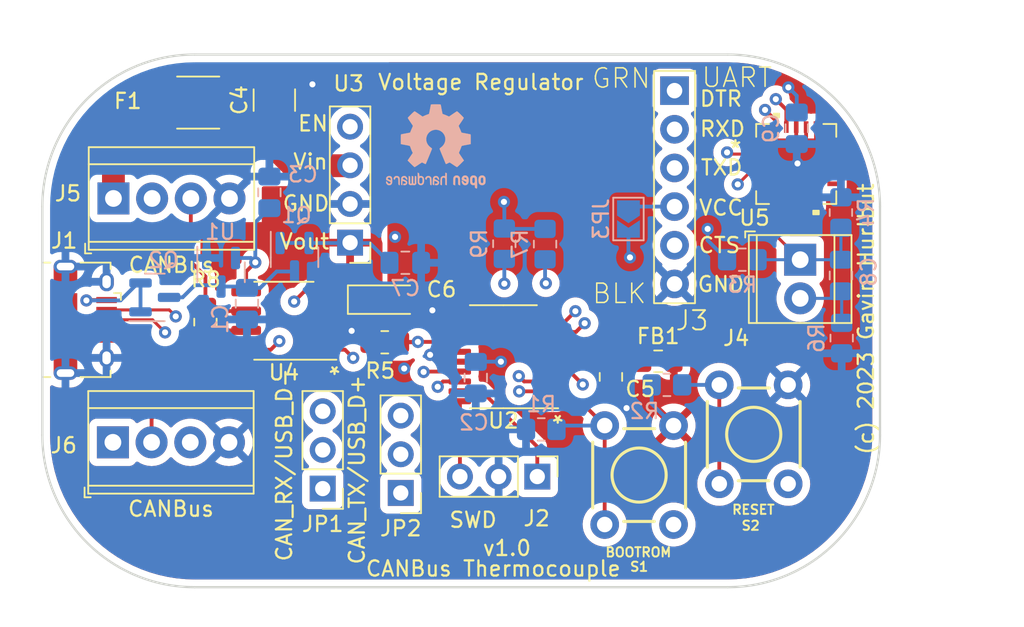
<source format=kicad_pcb>
(kicad_pcb (version 20211014) (generator pcbnew)
  (title_block (title "CANBus Thermosensor Sensor") (date "2023-02-28") (rev "1.0") (company "Gavin Hurlbut"))
  (layers (0 "F.Cu" signal) (1 "In1.Cu" signal) (2 "In2.Cu" signal) (31 "B.Cu" signal) (34 "B.Paste" user) (35 "F.Paste" user) (36 "B.SilkS" user "B.Silkscreen") (37 "F.SilkS" user "F.Silkscreen") (38 "B.Mask" user) (39 "F.Mask" user) (44 "Edge.Cuts" user))
  (net 0 "")
  (net 1 "GND")
  (net 2 "+3V3")
  (net 3 "+5VP")
  (net 4 "+12V")
  (net 5 "+5V")
  (net 6 "+BATT")
  (net 7 "VBUS")
  (net 8 "USB_D-")
  (net 9 "USB_D+")
  (net 11 "CANH")
  (net 12 "CANL")
  (net 13 "CAN_RX")
  (net 14 "Net-(JP1-Pad2)")
  (net 15 "CAN_TX")
  (net 16 "Net-(JP2-Pad2)")
  (net 17 "Net-(R1-Pad1)")
  (net 18 "CAN_STBY")
  (net 19 "TXD2")
  (net 20 "RXD2")
  (net 21 "SWDIO")
  (net 22 "SWDCLK")
  (net 23 "~{RESET}")
  (net 24 "VIN+")
  (net 26 "/VDDA")
  (net 31 "VIN-")
  (net 38 "SCL")
  (net 39 "SDA")
  (net 41 "Net-(J3-Pad4)")
  (footprint "Connector_PinHeader_2.54mm:PinHeader_1x03_P2.54mm_Vertical" (layer "F.Cu") (at 73.4 97.14 180)
    (fp_text reference "JP1" (at 0 -2.33) (layer "F.SilkS"))
    (fp_text value "CAN_RX/USB_D-" (at 2.525 1.565 90) (layer "F.SilkS"))
    (pad "1" thru_hole rect (at 0 0 180) (size 1.7 1.7) (drill 1) (layers *.Cu *.Mask) (net 13 "CAN_RX"))
    (pad "2" thru_hole oval (at 0 2.54 180) (size 1.7 1.7) (drill 1) (layers *.Cu *.Mask) (net 14 "Net-(JP1-Pad2)"))
    (pad "3" thru_hole oval (at 0 5.08 180) (size 1.7 1.7) (drill 1) (layers *.Cu *.Mask) (net 8 "USB_D-"))
  )
  (footprint "TerminalBlock_TE-Connectivity:TerminalBlock_TE_282834-4_1x04_P2.54mm_Horizontal" (layer "F.Cu") (at 59.625 94.1)
    (fp_text reference "J6" (at -3.225 0.2) (layer "F.SilkS"))
    (fp_text value "CANBus" (at 3.81 4.37) (layer "F.SilkS"))
    (pad "1" thru_hole rect (at 0 0) (size 2.1 2.1) (drill 1.1) (layers *.Cu *.Mask) (net 6 "+BATT"))
    (pad "2" thru_hole circle (at 2.54 0) (size 2.1 2.1) (drill 1.1) (layers *.Cu *.Mask) (net 11 "CANH"))
    (pad "3" thru_hole circle (at 5.08 0) (size 2.1 2.1) (drill 1.1) (layers *.Cu *.Mask) (net 12 "CANL"))
    (pad "4" thru_hole circle (at 7.62 0) (size 2.1 2.1) (drill 1.1) (layers *.Cu *.Mask) (net 1 "GND"))
  )
  (footprint "Connector_PinHeader_2.54mm:PinHeader_1x03_P2.54mm_Vertical" (layer "F.Cu") (at 87.49 96.35 -90)
    (fp_text reference "J2" (at 2.75 0.04 180) (layer "F.SilkS"))
    (fp_text value "SWD" (at 2.85 4.215 180) (layer "F.SilkS"))
    (pad "1" thru_hole rect (at 0 0 270) (size 1.7 1.7) (drill 1) (layers *.Cu *.Mask) (net 21 "SWDIO"))
    (pad "2" thru_hole oval (at 0 2.54 270) (size 1.7 1.7) (drill 1) (layers *.Cu *.Mask) (net 1 "GND"))
    (pad "3" thru_hole oval (at 0 5.08 270) (size 1.7 1.7) (drill 1) (layers *.Cu *.Mask) (net 22 "SWDCLK"))
  )
  (footprint "Resistor_SMD:R_0805_2012Metric_Pad1.20x1.40mm_HandSolder" (layer "F.Cu") (at 65.7 86.2 90)
    (fp_text reference "R8" (at 2.8 0.025 180) (layer "F.SilkS"))
    (fp_text value "120R")
    (pad "1" smd roundrect (at -1 0 90) (size 1.2 1.4) (layers "F.Cu" "F.Paste" "F.Mask") (roundrect_rratio 0.2083333333) (net 11 "CANH"))
    (pad "2" smd roundrect (at 1 0 90) (size 1.2 1.4) (layers "F.Cu" "F.Paste" "F.Mask") (roundrect_rratio 0.2083333333) (net 12 "CANL"))
  )
  (footprint "Capacitor_SMD:C_0805_2012Metric_Pad1.18x1.45mm_HandSolder" (layer "F.Cu") (at 92.325 89.8 -90)
    (fp_text reference "C5" (at 0.8 -1.925 180) (layer "F.SilkS"))
    (fp_text value "100nF")
    (pad "1" smd roundrect (at -1.0375 0 270) (size 1.175 1.45) (layers "F.Cu" "F.Paste" "F.Mask") (roundrect_rratio 0.2127659574) (net 26 "/VDDA"))
    (pad "2" smd roundrect (at 1.0375 0 270) (size 1.175 1.45) (layers "F.Cu" "F.Paste" "F.Mask") (roundrect_rratio 0.2127659574) (net 1 "GND"))
  )
  (footprint "SparkFun-Switches:TACTILE_SWITCH_PTH_6.0MM" (layer "F.Cu") (at 94.175 96.25 -90)
    (fp_text reference "S1" (at 6.025 0 180) (layer "F.SilkS") (effects (font (size 0.6096 0.6096) (thickness 0.127))))
    (fp_text value "BOOTROM" (at 5.075 0.05 180) (layer "F.SilkS") (effects (font (size 0.6096 0.6096) (thickness 0.127))))
    (pad "1" thru_hole circle locked (at -3.2512 -2.2606 270) (size 1.8796 1.8796) (drill 1.016) (layers *.Cu *.Mask) (net 2 "+3V3"))
    (pad "2" thru_hole circle locked (at 3.2512 -2.2606 270) (size 1.8796 1.8796) (drill 1.016) (layers *.Cu *.Mask))
    (pad "3" thru_hole circle locked (at -3.2512 2.2606 270) (size 1.8796 1.8796) (drill 1.016) (layers *.Cu *.Mask) (net 17 "Net-(R1-Pad1)"))
    (pad "4" thru_hole circle locked (at 3.2512 2.2606 270) (size 1.8796 1.8796) (drill 1.016) (layers *.Cu *.Mask))
  )
  (footprint "Resistor_SMD:R_0805_2012Metric_Pad1.20x1.40mm_HandSolder" (layer "F.Cu") (at 77.475 87.525)
    (fp_text reference "R5" (at -0.3 1.875 180) (layer "F.SilkS"))
    (fp_text value "100k")
    (pad "1" smd roundrect (at -1 0) (size 1.2 1.4) (layers "F.Cu" "F.Paste" "F.Mask") (roundrect_rratio 0.2083333333) (net 2 "+3V3"))
    (pad "2" smd roundrect (at 1 0) (size 1.2 1.4) (layers "F.Cu" "F.Paste" "F.Mask") (roundrect_rratio 0.2083333333) (net 18 "CAN_STBY"))
  )
  (footprint "Beirdo:FTDI-TARGET" (layer "F.Cu") (at 96.5 70.99 -90)
    (fp_text reference "J3" (at 15.11 -1.15) (layer "F.SilkS") (effects (font (size 1.27 1.27) (thickness 0.127))))
    (fp_text value "UART" (at -0.865 -4.1 180) (layer "F.SilkS") (effects (font (size 1.27 1.27) (thickness 0.1016))))
    (fp_text user "BLK" (at 13.335 3.625) (layer "F.SilkS") (effects (font (size 1.27 1.27) (thickness 0.1016))))
    (fp_text user "VCC" (at 7.6962 -3.048) (layer "F.SilkS"))
    (fp_text user "GND" (at 12.7254 -3.048) (layer "F.SilkS"))
    (fp_text user "DTR" (at 0.535 -3.05) (layer "F.SilkS"))
    (fp_text user "TXD" (at 5.0546 -3.0988) (layer "F.SilkS"))
    (fp_text user "GRN" (at -0.815 3.5) (layer "F.SilkS") (effects (font (size 1.27 1.27) (thickness 0.1016))))
    (fp_text user "RXD" (at 2.5146 -3.1496) (layer "F.SilkS"))
    (fp_text user "CTS" (at 10.16 -2.9464) (layer "F.SilkS"))
    (pad "1" thru_hole rect (at 0 0 270) (size 1.8796 1.8796) (drill 1.016) (layers *.Cu *.Paste *.Mask))
    (pad "2" thru_hole circle (at 2.54 0 270) (size 1.8796 1.8796) (drill 1.016) (layers *.Cu *.Paste *.Mask) (net 20 "RXD2"))
    (pad "3" thru_hole circle (at 5.08 0 270) (size 1.8796 1.8796) (drill 1.016) (layers *.Cu *.Paste *.Mask) (net 19 "TXD2"))
    (pad "4" thru_hole circle (at 7.62 0 270) (size 1.8796 1.8796) (drill 1.016) (layers *.Cu *.Paste *.Mask) (net 41 "Net-(J3-Pad4)"))
    (pad "5" thru_hole circle (at 10.16 0 270) (size 1.8796 1.8796) (drill 1.016) (layers *.Cu *.Paste *.Mask))
    (pad "6" thru_hole circle (at 12.7 0 270) (size 1.8796 1.8796) (drill 1.016) (layers *.Cu *.Paste *.Mask) (net 1 "GND"))
  )
  (footprint "Resistor_SMD:R_1812_4532Metric_Pad1.30x3.40mm_HandSolder" (layer "F.Cu") (at 65.225 71.775)
    (fp_text reference "F1" (at -4.625 -0.1) (layer "F.SilkS"))
    (fp_text value "3A Polyfuse")
    (pad "1" smd roundrect (at -2.225 0) (size 1.3 3.4) (layers "F.Cu" "F.Paste" "F.Mask") (roundrect_rratio 0.1923076923) (net 6 "+BATT"))
    (pad "2" smd roundrect (at 2.225 0) (size 1.3 3.4) (layers "F.Cu" "F.Paste" "F.Mask") (roundrect_rratio 0.1923076923) (net 4 "+12V"))
  )
  (footprint "Capacitor_Tantalum_SMD:CP_EIA-3216-10_Kemet-I_Pad1.58x1.35mm_HandSolder" (layer "F.Cu") (at 77.5375 84.725)
    (fp_text reference "C6" (at 3.6625 -0.675) (layer "F.SilkS"))
    (fp_text value "100uF Ta 6V")
    (pad "1" smd roundrect (at -1.4375 0) (size 1.575 1.35) (layers "F.Cu" "F.Paste" "F.Mask") (roundrect_rratio 0.1851851852) (net 5 "+5V"))
    (pad "2" smd roundrect (at 1.4375 0) (size 1.575 1.35) (layers "F.Cu" "F.Paste" "F.Mask") (roundrect_rratio 0.1851851852) (net 1 "GND"))
  )
  (footprint "TerminalBlock_TE-Connectivity:TerminalBlock_TE_282834-4_1x04_P2.54mm_Horizontal" (layer "F.Cu") (at 59.66 78.075)
    (fp_text reference "J5" (at -2.985 -0.325) (layer "F.SilkS"))
    (fp_text value "CANBus" (at 3.81 4.37) (layer "F.SilkS"))
    (pad "1" thru_hole rect (at 0 0) (size 2.1 2.1) (drill 1.1) (layers *.Cu *.Mask) (net 6 "+BATT"))
    (pad "2" thru_hole circle (at 2.54 0) (size 2.1 2.1) (drill 1.1) (layers *.Cu *.Mask) (net 11 "CANH"))
    (pad "3" thru_hole circle (at 5.08 0) (size 2.1 2.1) (drill 1.1) (layers *.Cu *.Mask) (net 12 "CANL"))
    (pad "4" thru_hole circle (at 7.62 0) (size 2.1 2.1) (drill 1.1) (layers *.Cu *.Mask) (net 1 "GND"))
  )
  (footprint "Beirdo:Switching_Regulator_Module" (layer "F.Cu") (at 75.225 81.075 180)
    (fp_text reference "U3" (at 0.125 10.55 unlocked) (layer "F.SilkS"))
    (fp_text value "Voltage Regulator" (at -8.5598 10.6426 180) (layer "F.SilkS"))
    (fp_text user "EN" (at 2.4638 7.9248 180) (layer "F.SilkS"))
    (fp_text user "Vout" (at 3.0277 0.1724 180) (layer "F.SilkS"))
    (fp_text user "Vin" (at 2.6277 5.4224 180) (layer "F.SilkS"))
    (fp_text user "GND" (at 2.921 2.667 180) (layer "F.SilkS"))
    (pad "1" thru_hole rect (at 0.0277 0.0974 180) (size 1.7 1.7) (drill 1) (layers *.Cu *.Mask) (net 5 "+5V"))
    (pad "2" thru_hole oval (at 0.0277 2.6374 180) (size 1.7 1.7) (drill 1) (layers *.Cu *.Mask) (net 1 "GND"))
    (pad "3" thru_hole oval (at 0.0277 5.1774 180) (size 1.7 1.7) (drill 1) (layers *.Cu *.Mask) (net 4 "+12V"))
    (pad "4" thru_hole oval (at 0.0277 7.7174 180) (size 1.7 1.7) (drill 1) (layers *.Cu *.Mask))
  )
  (footprint "TerminalBlock_TE-Connectivity:TerminalBlock_TE_282834-2_1x02_P2.54mm_Horizontal" (layer "F.Cu") (at 104.75 82.1 -90)
    (fp_text reference "J4" (at 5.15 4.2 180) (layer "F.SilkS"))
    (fp_text value "K-Type")
    (pad "1" thru_hole rect (at 0 0 270) (size 2.1 2.1) (drill 1.1) (layers *.Cu *.Mask) (net 24 "VIN+"))
    (pad "2" thru_hole circle (at 2.54 0 270) (size 2.1 2.1) (drill 1.1) (layers *.Cu *.Mask) (net 31 "VIN-"))
  )
  (footprint "Capacitor_SMD:C_1210_3225Metric_Pad1.33x2.70mm_HandSolder" (layer "F.Cu") (at 70.225 71.6125 90)
    (fp_text reference "C4" (at 0 -2.3 90) (layer "F.SilkS"))
    (fp_text value "10uF 100V")
    (pad "1" smd roundrect (at -1.5625 0 90) (size 1.325 2.7) (layers "F.Cu" "F.Paste" "F.Mask") (roundrect_rratio 0.1886792453) (net 4 "+12V"))
    (pad "2" smd roundrect (at 1.5625 0 90) (size 1.325 2.7) (layers "F.Cu" "F.Paste" "F.Mask") (roundrect_rratio 0.1886792453) (net 1 "GND"))
  )
  (footprint "Package_SO:TSSOP-20_4.4x6.5mm_P0.65mm" (layer "F.Cu") (at 85.2625 88.475 180)
    (fp_text reference "U2" (at 0 -4.2) (layer "F.SilkS"))
    (fp_text value "STM32F042F6Px")
    (fp_text user "*" (at -3.57 -3.785 180 unlocked) (layer "F.SilkS"))
    (pad "1" smd roundrect (at -2.8625 -2.925 180) (size 1.475 0.4) (layers "F.Cu" "F.Paste" "F.Mask") (net 17 "Net-(R1-Pad1)"))
    (pad "2" smd roundrect (at -2.8625 -2.275 180) (size 1.475 0.4) (layers "F.Cu" "F.Paste" "F.Mask") (net 39 "SDA"))
    (pad "3" smd roundrect (at -2.8625 -1.625 180) (size 1.475 0.4) (layers "F.Cu" "F.Paste" "F.Mask") (net 38 "SCL"))
    (pad "4" smd roundrect (at -2.8625 -0.975 180) (size 1.475 0.4) (layers "F.Cu" "F.Paste" "F.Mask") (net 23 "~{RESET}"))
    (pad "5" smd roundrect (at -2.8625 -0.325 180) (size 1.475 0.4) (layers "F.Cu" "F.Paste" "F.Mask") (net 26 "/VDDA"))
    (pad "6" smd roundrect (at -2.8625 0.325 180) (size 1.475 0.4) (layers "F.Cu" "F.Paste" "F.Mask"))
    (pad "7" smd roundrect (at -2.8625 0.975 180) (size 1.475 0.4) (layers "F.Cu" "F.Paste" "F.Mask"))
    (pad "8" smd roundrect (at -2.8625 1.625 180) (size 1.475 0.4) (layers "F.Cu" "F.Paste" "F.Mask") (net 19 "TXD2"))
    (pad "9" smd roundrect (at -2.8625 2.275 180) (size 1.475 0.4) (layers "F.Cu" "F.Paste" "F.Mask") (net 20 "RXD2"))
    (pad "10" smd roundrect (at -2.8625 2.925 180) (size 1.475 0.4) (layers "F.Cu" "F.Paste" "F.Mask"))
    (pad "11" smd roundrect (at 2.8625 2.925 180) (size 1.475 0.4) (layers "F.Cu" "F.Paste" "F.Mask"))
    (pad "12" smd roundrect (at 2.8625 2.275 180) (size 1.475 0.4) (layers "F.Cu" "F.Paste" "F.Mask"))
    (pad "13" smd roundrect (at 2.8625 1.625 180) (size 1.475 0.4) (layers "F.Cu" "F.Paste" "F.Mask"))
    (pad "14" smd roundrect (at 2.8625 0.975 180) (size 1.475 0.4) (layers "F.Cu" "F.Paste" "F.Mask") (net 18 "CAN_STBY"))
    (pad "15" smd roundrect (at 2.8625 0.325 180) (size 1.475 0.4) (layers "F.Cu" "F.Paste" "F.Mask") (net 1 "GND"))
    (pad "16" smd roundrect (at 2.8625 -0.325 180) (size 1.475 0.4) (layers "F.Cu" "F.Paste" "F.Mask") (net 2 "+3V3"))
    (pad "17" smd roundrect (at 2.8625 -0.975 180) (size 1.475 0.4) (layers "F.Cu" "F.Paste" "F.Mask") (net 14 "Net-(JP1-Pad2)"))
    (pad "18" smd roundrect (at 2.8625 -1.625 180) (size 1.475 0.4) (layers "F.Cu" "F.Paste" "F.Mask") (net 16 "Net-(JP2-Pad2)"))
    (pad "19" smd roundrect (at 2.8625 -2.275 180) (size 1.475 0.4) (layers "F.Cu" "F.Paste" "F.Mask") (net 21 "SWDIO"))
    (pad "20" smd roundrect (at 2.8625 -2.925 180) (size 1.475 0.4) (layers "F.Cu" "F.Paste" "F.Mask") (net 22 "SWDCLK"))
  )
  (footprint "SparkFun-Switches:TACTILE_SWITCH_PTH_6.0MM" (layer "F.Cu") (at 101.7 93.575 -90)
    (fp_text reference "S2" (at 6 0.2 180) (layer "F.SilkS") (effects (font (size 0.6096 0.6096) (thickness 0.127))))
    (fp_text value "RESET" (at 4.95 0.025 180) (layer "F.SilkS") (effects (font (size 0.6096 0.6096) (thickness 0.127))))
    (pad "1" thru_hole circle locked (at -3.2512 -2.2606 270) (size 1.8796 1.8796) (drill 1.016) (layers *.Cu *.Mask) (net 1 "GND"))
    (pad "2" thru_hole circle locked (at 3.2512 -2.2606 270) (size 1.8796 1.8796) (drill 1.016) (layers *.Cu *.Mask))
    (pad "3" thru_hole circle locked (at -3.2512 2.2606 270) (size 1.8796 1.8796) (drill 1.016) (layers *.Cu *.Mask) (net 23 "~{RESET}"))
    (pad "4" thru_hole circle locked (at 3.2512 2.2606 270) (size 1.8796 1.8796) (drill 1.016) (layers *.Cu *.Mask))
  )
  (footprint "Connector_USB:USB_Micro-B_Amphenol_10118194_Horizontal" (layer "F.Cu") (at 57.81 86.05 -90)
    (fp_text reference "J1" (at -5.2 1.385 180) (layer "F.SilkS"))
    (fp_text value "USB_B_Micro")
    (pad "1" smd rect (at -1.3 -1.4 270) (size 0.4 1.35) (layers "F.Cu" "F.Paste" "F.Mask") (net 7 "VBUS"))
    (pad "2" smd rect (at -0.65 -1.4 270) (size 0.4 1.35) (layers "F.Cu" "F.Paste" "F.Mask") (net 8 "USB_D-"))
    (pad "3" smd rect (at 0 -1.4 270) (size 0.4 1.35) (layers "F.Cu" "F.Paste" "F.Mask") (net 9 "USB_D+"))
    (pad "4" smd rect (at 0.65 -1.4 270) (size 0.4 1.35) (layers "F.Cu" "F.Paste" "F.Mask"))
    (pad "5" smd rect (at 1.3 -1.4 270) (size 0.4 1.35) (layers "F.Cu" "F.Paste" "F.Mask") (net 1 "GND"))
    (pad "6" smd rect (at 1 1.3 270) (size 1.5 1.55) (layers "F.Cu" "F.Paste" "F.Mask") (net 1 "GND"))
    (pad "6" smd rect (at -1 1.3 270) (size 1.5 1.55) (layers "F.Cu" "F.Paste" "F.Mask") (net 1 "GND"))
    (pad "6" smd rect (at 2.9 1.3 270) (size 1.2 1.55) (layers "F.Cu" "F.Paste" "F.Mask") (net 1 "GND"))
    (pad "6" thru_hole oval (at -2.5 -1.4 270) (size 1.25 0.95) (drill oval 0.85 0.55) (layers *.Cu *.Mask) (net 1 "GND"))
    (pad "6" thru_hole oval (at -3.5 1.3 270) (size 0.89 1.55) (drill oval 0.5 1.15) (layers *.Cu *.Mask) (net 1 "GND"))
    (pad "6" thru_hole oval (at 3.5 1.3 270) (size 0.89 1.55) (drill oval 0.5 1.15) (layers *.Cu *.Mask) (net 1 "GND"))
    (pad "6" smd rect (at -2.9 1.3 270) (size 1.2 1.55) (layers "F.Cu" "F.Paste" "F.Mask") (net 1 "GND"))
    (pad "6" thru_hole oval (at 2.5 -1.4 270) (size 1.25 0.95) (drill oval 0.85 0.55) (layers *.Cu *.Mask) (net 1 "GND"))
  )
  (footprint "UltraLibrarian:MCP96L01T-E&slash_MX" (layer "F.Cu") (at 104.49 75.81)
    (fp_text reference "U5" (at -2.74 3.54) (layer "F.SilkS"))
    (fp_text value "MCP96L01T-E/MX")
    (fp_text user "*" (at -3.99 -1.01) (layer "F.SilkS"))
    (fp_text user "*" (at -3.99 -1.01) (layer "F.SilkS"))
    (pad "1" smd rect locked (at -2.4257 -1.3 90) (size 0.3048 0.762) (layers "F.Cu" "F.Paste" "F.Mask") (net 1 "GND"))
    (pad "2" smd rect locked (at -2.4257 -0.649999 90) (size 0.3048 0.762) (layers "F.Cu" "F.Paste" "F.Mask") (net 24 "VIN+"))
    (pad "3" smd rect locked (at -2.4257 0 90) (size 0.3048 0.762) (layers "F.Cu" "F.Paste" "F.Mask") (net 1 "GND"))
    (pad "4" smd rect locked (at -2.4257 0.649999 90) (size 0.3048 0.762) (layers "F.Cu" "F.Paste" "F.Mask") (net 31 "VIN-"))
    (pad "5" smd rect locked (at -2.4257 1.3 90) (size 0.3048 0.762) (layers "F.Cu" "F.Paste" "F.Mask") (net 1 "GND"))
    (pad "6" smd rect locked (at -1.3 2.4257) (size 0.3048 0.762) (layers "F.Cu" "F.Paste" "F.Mask") (net 24 "VIN+"))
    (pad "7" smd rect locked (at -0.649999 2.4257) (size 0.3048 0.762) (layers "F.Cu" "F.Paste" "F.Mask"))
    (pad "8" smd rect locked (at 0 2.4257) (size 0.3048 0.762) (layers "F.Cu" "F.Paste" "F.Mask") (net 2 "+3V3"))
    (pad "9" smd rect locked (at 0.649999 2.4257) (size 0.3048 0.762) (layers "F.Cu" "F.Paste" "F.Mask"))
    (pad "10" smd rect locked (at 1.3 2.4257) (size 0.3048 0.762) (layers "F.Cu" "F.Paste" "F.Mask") (net 1 "GND"))
    (pad "11" smd rect locked (at 2.4257 1.3 90) (size 0.3048 0.762) (layers "F.Cu" "F.Paste" "F.Mask"))
    (pad "12" smd rect locked (at 2.4257 0.649999 90) (size 0.3048 0.762) (layers "F.Cu" "F.Paste" "F.Mask"))
    (pad "13" smd rect locked (at 2.4257 0 90) (size 0.3048 0.762) (layers "F.Cu" "F.Paste" "F.Mask") (net 1 "GND"))
    (pad "14" smd rect locked (at 2.4257 -0.649999 90) (size 0.3048 0.762) (layers "F.Cu" "F.Paste" "F.Mask"))
    (pad "15" smd rect locked (at 2.4257 -1.3 90) (size 0.3048 0.762) (layers "F.Cu" "F.Paste" "F.Mask"))
    (pad "16" smd rect locked (at 1.3 -2.4257) (size 0.3048 0.762) (layers "F.Cu" "F.Paste" "F.Mask") (net 1 "GND"))
    (pad "17" smd rect locked (at 0.649999 -2.4257) (size 0.3048 0.762) (layers "F.Cu" "F.Paste" "F.Mask") (net 1 "GND"))
    (pad "18" smd rect locked (at 0 -2.4257) (size 0.3048 0.762) (layers "F.Cu" "F.Paste" "F.Mask") (net 1 "GND"))
    (pad "19" smd rect locked (at -0.649999 -2.4257) (size 0.3048 0.762) (layers "F.Cu" "F.Paste" "F.Mask") (net 38 "SCL"))
    (pad "20" smd rect locked (at -1.3 -2.4257) (size 0.3048 0.762) (layers "F.Cu" "F.Paste" "F.Mask") (net 39 "SDA"))
    (pad "21" smd rect locked (at 0 0) (size 3.3528 3.3528) (layers "F.Cu" "F.Mask") (net 1 "GND"))
  )
  (footprint "Beirdo:Altoid-Board-Outline" (layer "F.Cu") (at 55.05 68.6)
    (fp_text reference "BOARD" hide)
    (fp_text value "Altoid-Board-Outline")
    (fp_line (start 9.941268 0.017468) (end 44.941268 0.017468) (layer "Edge.Cuts") (width 0.15))
    (fp_line (start 54.941268 10.017468) (end 54.941268 25.017468) (layer "Edge.Cuts") (width 0.15))
    (fp_line (start -0.058732 10.017468) (end -0.058732 25.017468) (layer "Edge.Cuts") (width 0.15))
    (fp_line (start 9.941268 35.017468) (end 44.941268 35.017468) (layer "Edge.Cuts") (width 0.15))
    (fp_arc (start 54.941268 25.017468) (mid 52.012336 32.088536) (end 44.941268 35.017468) (layer "Edge.Cuts") (width 0.15))
    (fp_arc (start 9.941268 35.017468) (mid 2.870199 32.088536) (end -0.058732 25.017468) (layer "Edge.Cuts") (width 0.15))
    (fp_arc (start 44.941268 0.017468) (mid 52.012338 2.946399) (end 54.941268 10.017468) (layer "Edge.Cuts") (width 0.15))
    (fp_arc (start -0.058732 10.017468) (mid 2.8702 2.9464) (end 9.941268 0.017468) (layer "Edge.Cuts") (width 0.15))
  )
  (footprint "Connector_PinHeader_2.54mm:PinHeader_1x03_P2.54mm_Vertical" (layer "F.Cu") (at 78.525 97.425 180)
    (fp_text reference "JP2" (at 0 -2.33) (layer "F.SilkS"))
    (fp_text value "CAN_TX/USB_D+" (at 2.875 1.525 90) (layer "F.SilkS"))
    (pad "1" thru_hole rect (at 0 0 180) (size 1.7 1.7) (drill 1) (layers *.Cu *.Mask) (net 15 "CAN_TX"))
    (pad "2" thru_hole oval (at 0 2.54 180) (size 1.7 1.7) (drill 1) (layers *.Cu *.Mask) (net 16 "Net-(JP2-Pad2)"))
    (pad "3" thru_hole oval (at 0 5.08 180) (size 1.7 1.7) (drill 1) (layers *.Cu *.Mask) (net 9 "USB_D+"))
  )
  (footprint "Inductor_SMD:L_0805_2012Metric_Pad1.15x1.40mm_HandSolder" (layer "F.Cu") (at 95.425 88.775)
    (fp_text reference "FB1" (at 0 -1.65) (layer "F.SilkS"))
    (fp_text value "Ferrite")
    (pad "1" smd roundrect (at -1.025 0) (size 1.15 1.4) (layers "F.Cu" "F.Paste" "F.Mask") (roundrect_rratio 0.2173913043) (net 26 "/VDDA"))
    (pad "2" smd roundrect (at 1.025 0) (size 1.15 1.4) (layers "F.Cu" "F.Paste" "F.Mask") (roundrect_rratio 0.2173913043) (net 2 "+3V3"))
  )
  (footprint "Package_SO:SOIC-8_3.9x4.9mm_P1.27mm" (layer "F.Cu") (at 70.85 86.11 180)
    (fp_text reference "U4" (at 0 -3.4) (layer "F.SilkS"))
    (fp_text value "MCP2562HD")
    (fp_text user "*" (at -3.325 -2.95 180 unlocked) (layer "F.SilkS"))
    (pad "1" smd roundrect (at -2.475 -1.905 180) (size 1.95 0.6) (layers "F.Cu" "F.Paste" "F.Mask") (net 15 "CAN_TX"))
    (pad "2" smd roundrect (at -2.475 -0.635 180) (size 1.95 0.6) (layers "F.Cu" "F.Paste" "F.Mask") (net 1 "GND"))
    (pad "3" smd roundrect (at -2.475 0.635 180) (size 1.95 0.6) (layers "F.Cu" "F.Paste" "F.Mask") (net 5 "+5V"))
    (pad "4" smd roundrect (at -2.475 1.905 180) (size 1.95 0.6) (layers "F.Cu" "F.Paste" "F.Mask") (net 13 "CAN_RX"))
    (pad "5" smd roundrect (at 2.475 1.905 180) (size 1.95 0.6) (layers "F.Cu" "F.Paste" "F.Mask") (net 2 "+3V3"))
    (pad "6" smd roundrect (at 2.475 0.635 180) (size 1.95 0.6) (layers "F.Cu" "F.Paste" "F.Mask") (net 12 "CANL"))
    (pad "7" smd roundrect (at 2.475 -0.635 180) (size 1.95 0.6) (layers "F.Cu" "F.Paste" "F.Mask") (net 11 "CANH"))
    (pad "8" smd roundrect (at 2.475 -1.905 180) (size 1.95 0.6) (layers "F.Cu" "F.Paste" "F.Mask") (net 18 "CAN_STBY"))
  )
  (footprint "Capacitor_SMD:C_0805_2012Metric_Pad1.18x1.45mm_HandSolder" (layer "B.Cu") (at 78.825 82.3)
    (fp_text reference "C7" (at 0 1.68) (layer "B.SilkS") (effects (justify mirror)))
    (fp_text value "10uF")
    (pad "1" smd roundrect (at -1.0375 0) (size 1.175 1.45) (layers "B.Cu" "B.Paste" "B.Mask") (roundrect_rratio 0.2127659574) (net 5 "+5V"))
    (pad "2" smd roundrect (at 1.0375 0) (size 1.175 1.45) (layers "B.Cu" "B.Paste" "B.Mask") (roundrect_rratio 0.2127659574) (net 1 "GND"))
  )
  (footprint "Package_TO_SOT_SMD:SOT-23" (layer "B.Cu") (at 66.725 82.925 -90)
    (fp_text reference "U1" (at -2.65 0.05 180) (layer "B.SilkS") (effects (justify mirror)))
    (fp_text value "MCP1754S-3302xCB")
    (pad "1" smd roundrect (at -0.9375 0.95 270) (size 1.475 0.6) (layers "B.Cu" "B.Paste" "B.Mask") (net 1 "GND"))
    (pad "2" smd roundrect (at -0.9375 -0.95 270) (size 1.475 0.6) (layers "B.Cu" "B.Paste" "B.Mask") (net 2 "+3V3"))
    (pad "3" smd roundrect (at 0.9375 0 270) (size 1.475 0.6) (layers "B.Cu" "B.Paste" "B.Mask") (net 3 "+5VP"))
  )
  (footprint "Capacitor_SMD:C_0805_2012Metric_Pad1.18x1.45mm_HandSolder" (layer "B.Cu") (at 104.525 73.4625 -90)
    (fp_text reference "C9" (at 0 1.68 90) (layer "B.SilkS") (effects (justify mirror)))
    (fp_text value "100nF")
    (pad "1" smd roundrect (at -1.0375 0 270) (size 1.175 1.45) (layers "B.Cu" "B.Paste" "B.Mask") (roundrect_rratio 0.2127659574) (net 2 "+3V3"))
    (pad "2" smd roundrect (at 1.0375 0 270) (size 1.175 1.45) (layers "B.Cu" "B.Paste" "B.Mask") (roundrect_rratio 0.2127659574) (net 1 "GND"))
  )
  (footprint "Resistor_SMD:R_0805_2012Metric_Pad1.20x1.40mm_HandSolder" (layer "B.Cu") (at 87.75 93.25 180)
    (fp_text reference "R1" (at 0 1.65) (layer "B.SilkS") (effects (justify mirror)))
    (fp_text value "10k")
    (pad "1" smd roundrect (at -1 0 180) (size 1.2 1.4) (layers "B.Cu" "B.Paste" "B.Mask") (roundrect_rratio 0.2083333333) (net 17 "Net-(R1-Pad1)"))
    (pad "2" smd roundrect (at 1 0 180) (size 1.2 1.4) (layers "B.Cu" "B.Paste" "B.Mask") (roundrect_rratio 0.2083333333) (net 1 "GND"))
  )
  (footprint "Resistor_SMD:R_0805_2012Metric_Pad1.20x1.40mm_HandSolder" (layer "B.Cu") (at 88 81.075 -90)
    (fp_text reference "R7" (at 0 1.65 90) (layer "B.SilkS") (effects (justify mirror)))
    (fp_text value "10k")
    (pad "1" smd roundrect (at -1 0 270) (size 1.2 1.4) (layers "B.Cu" "B.Paste" "B.Mask") (roundrect_rratio 0.2083333333) (net 2 "+3V3"))
    (pad "2" smd roundrect (at 1 0 270) (size 1.2 1.4) (layers "B.Cu" "B.Paste" "B.Mask") (roundrect_rratio 0.2083333333) (net 39 "SDA"))
  )
  (footprint "Capacitor_SMD:C_0805_2012Metric_Pad1.18x1.45mm_HandSolder" (layer "B.Cu") (at 83.45 89.85 90)
    (fp_text reference "C2" (at -2.95 -0.125 180) (layer "B.SilkS") (effects (justify mirror)))
    (fp_text value "100nF")
    (pad "1" smd roundrect (at -1.0375 0 90) (size 1.175 1.45) (layers "B.Cu" "B.Paste" "B.Mask") (roundrect_rratio 0.2127659574) (net 1 "GND"))
    (pad "2" smd roundrect (at 1.0375 0 90) (size 1.175 1.45) (layers "B.Cu" "B.Paste" "B.Mask") (roundrect_rratio 0.2127659574) (net 2 "+3V3"))
  )
  (footprint "Capacitor_SMD:C_0805_2012Metric_Pad1.18x1.45mm_HandSolder" (layer "B.Cu") (at 69.9 77.675 90)
    (fp_text reference "C3" (at 1.175 2.2 180) (layer "B.SilkS") (effects (justify mirror)))
    (fp_text value "1uF")
    (pad "1" smd roundrect (at -1.0375 0 90) (size 1.175 1.45) (layers "B.Cu" "B.Paste" "B.Mask") (roundrect_rratio 0.2127659574) (net 2 "+3V3"))
    (pad "2" smd roundrect (at 1.0375 0 90) (size 1.175 1.45) (layers "B.Cu" "B.Paste" "B.Mask") (roundrect_rratio 0.2127659574) (net 1 "GND"))
  )
  (footprint "Capacitor_SMD:C_0805_2012Metric_Pad1.18x1.45mm_HandSolder" (layer "B.Cu") (at 107.425 83.1375 -90)
    (fp_text reference "C8" (at -0.2375 -1.825 90) (layer "B.SilkS") (effects (justify mirror)))
    (fp_text value "100nF")
    (pad "1" smd roundrect (at -1.0375 0 270) (size 1.175 1.45) (layers "B.Cu" "B.Paste" "B.Mask") (roundrect_rratio 0.2127659574) (net 24 "VIN+"))
    (pad "2" smd roundrect (at 1.0375 0 270) (size 1.175 1.45) (layers "B.Cu" "B.Paste" "B.Mask") (roundrect_rratio 0.2127659574) (net 31 "VIN-"))
  )
  (footprint "Capacitor_SMD:C_0805_2012Metric_Pad1.18x1.45mm_HandSolder" (layer "B.Cu") (at 68.425 84.9875 -90)
    (fp_text reference "C1" (at 1.0125 1.75 90) (layer "B.SilkS") (effects (justify mirror)))
    (fp_text value "1uF")
    (pad "1" smd roundrect (at -1.0375 0 270) (size 1.175 1.45) (layers "B.Cu" "B.Paste" "B.Mask") (roundrect_rratio 0.2127659574) (net 3 "+5VP"))
    (pad "2" smd roundrect (at 1.0375 0 270) (size 1.175 1.45) (layers "B.Cu" "B.Paste" "B.Mask") (roundrect_rratio 0.2127659574) (net 1 "GND"))
  )
  (footprint "Package_TO_SOT_SMD:SOT-23" (layer "B.Cu") (at 62.375 84.575)
    (fp_text reference "Q2" (at 0.575 -2.45) (layer "B.SilkS") (effects (justify mirror)))
    (fp_text value "2N7002")
    (pad "1" smd roundrect (at -0.9375 0.95) (size 1.475 0.6) (layers "B.Cu" "B.Paste" "B.Mask") (net 7 "VBUS"))
    (pad "2" smd roundrect (at -0.9375 -0.95) (size 1.475 0.6) (layers "B.Cu" "B.Paste" "B.Mask") (net 7 "VBUS"))
    (pad "3" smd roundrect (at 0.9375 0) (size 1.475 0.6) (layers "B.Cu" "B.Paste" "B.Mask") (net 3 "+5VP"))
  )
  (footprint "Resistor_SMD:R_0805_2012Metric_Pad1.20x1.40mm_HandSolder" (layer "B.Cu") (at 100.95 82.1)
    (fp_text reference "R3" (at 0 1.65) (layer "B.SilkS") (effects (justify mirror)))
    (fp_text value "1M")
    (pad "1" smd roundrect (at -1 0) (size 1.2 1.4) (layers "B.Cu" "B.Paste" "B.Mask") (roundrect_rratio 0.2083333333) (net 2 "+3V3"))
    (pad "2" smd roundrect (at 1 0) (size 1.2 1.4) (layers "B.Cu" "B.Paste" "B.Mask") (roundrect_rratio 0.2083333333) (net 24 "VIN+"))
  )
  (footprint "Resistor_SMD:R_0805_2012Metric_Pad1.20x1.40mm_HandSolder" (layer "B.Cu") (at 107.425 79 90)
    (fp_text reference "R4" (at 0 1.65 90) (layer "B.SilkS") (effects (justify mirror)))
    (fp_text value "2M")
    (pad "1" smd roundrect (at -1 0 90) (size 1.2 1.4) (layers "B.Cu" "B.Paste" "B.Mask") (roundrect_rratio 0.2083333333) (net 24 "VIN+"))
    (pad "2" smd roundrect (at 1 0 90) (size 1.2 1.4) (layers "B.Cu" "B.Paste" "B.Mask") (roundrect_rratio 0.2083333333) (net 1 "GND"))
  )
  (footprint "Resistor_SMD:R_0805_2012Metric_Pad1.20x1.40mm_HandSolder" (layer "B.Cu") (at 107.475 87.25 -90)
    (fp_text reference "R6" (at 0 1.65 90) (layer "B.SilkS") (effects (justify mirror)))
    (fp_text value "2M")
    (pad "1" smd roundrect (at -1 0 270) (size 1.2 1.4) (layers "B.Cu" "B.Paste" "B.Mask") (roundrect_rratio 0.2083333333) (net 31 "VIN-"))
    (pad "2" smd roundrect (at 1 0 270) (size 1.2 1.4) (layers "B.Cu" "B.Paste" "B.Mask") (roundrect_rratio 0.2083333333) (net 1 "GND"))
  )
  (footprint "Package_TO_SOT_SMD:SOT-23" (layer "B.Cu") (at 71.55 81.9375 -90)
    (fp_text reference "Q1" (at -2.7625 -0.125 180) (layer "B.SilkS") (effects (justify mirror)))
    (fp_text value "2N7002")
    (pad "1" smd roundrect (at -0.9375 0.95 270) (size 1.475 0.6) (layers "B.Cu" "B.Paste" "B.Mask") (net 5 "+5V"))
    (pad "2" smd roundrect (at -0.9375 -0.95 270) (size 1.475 0.6) (layers "B.Cu" "B.Paste" "B.Mask") (net 5 "+5V"))
    (pad "3" smd roundrect (at 0.9375 0 270) (size 1.475 0.6) (layers "B.Cu" "B.Paste" "B.Mask") (net 3 "+5VP"))
  )
  (footprint "Jumper:SolderJumper-2_P1.3mm_Open_TrianglePad1.0x1.5mm" (layer "B.Cu") (at 93.475 79.425 -90)
    (fp_text reference "JP3" (at 0 1.8 90) (layer "B.SilkS") (effects (justify mirror)))
    (fp_text value "UART 3.3V")
    (pad "1" smd custom (at -0.725 0 270) (size 0.3 0.3) (layers "B.Cu" "B.Mask") (net 41 "Net-(J3-Pad4)") (options (clearance outline) (anchor rect)) (primitives (gr_poly (pts (xy 1 0) (xy 0.5 -0.75) (xy -0.5 -0.75) (xy -0.5 0.75) (xy 0.5 0.75)) (width 0) (fill yes))))
    (pad "2" smd custom (at 0.725 0 270) (size 0.3 0.3) (layers "B.Cu" "B.Mask") (net 2 "+3V3") (options (clearance outline) (anchor rect)) (primitives (gr_poly (pts (xy 0.5 -0.75) (xy -0.65 -0.75) (xy -0.15 0) (xy -0.65 0.75) (xy 0.5 0.75)) (width 0) (fill yes))))
  )
  (footprint "Resistor_SMD:R_0805_2012Metric_Pad1.20x1.40mm_HandSolder" (layer "B.Cu") (at 96 90.325)
    (fp_text reference "R2" (at -1.475 1.725) (layer "B.SilkS") (effects (justify mirror)))
    (fp_text value "10k")
    (pad "1" smd roundrect (at -1 0) (size 1.2 1.4) (layers "B.Cu" "B.Paste" "B.Mask") (roundrect_rratio 0.2083333333) (net 2 "+3V3"))
    (pad "2" smd roundrect (at 1 0) (size 1.2 1.4) (layers "B.Cu" "B.Paste" "B.Mask") (roundrect_rratio 0.2083333333) (net 23 "~{RESET}"))
  )
  (footprint "Resistor_SMD:R_0805_2012Metric_Pad1.20x1.40mm_HandSolder" (layer "B.Cu") (at 85.325 81.05 -90)
    (fp_text reference "R9" (at 0 1.65 90) (layer "B.SilkS") (effects (justify mirror)))
    (fp_text value "10k")
    (pad "1" smd roundrect (at -1 0 270) (size 1.2 1.4) (layers "B.Cu" "B.Paste" "B.Mask") (roundrect_rratio 0.2083333333) (net 2 "+3V3"))
    (pad "2" smd roundrect (at 1 0 270) (size 1.2 1.4) (layers "B.Cu" "B.Paste" "B.Mask") (roundrect_rratio 0.2083333333) (net 38 "SCL"))
  )
  (footprint "Symbol:OSHW-Logo2_7.3x6mm_SilkScreen" (layer "B.Cu") (at 80.825 74.65 180)
    (fp_text reference "REF**" hide)
    (fp_text value "OSHW-Logo2_7.3x6mm_SilkScreen" hide)
  )
  (gr_text "CANBus Thermocouple" (at 84.6 102.4) (layer "F.SilkS") (effects (font (size 1 1))))
  (gr_text "v1.0" (at 85.5 101.05) (layer "F.SilkS") (effects (font (size 1 1))))
  (gr_text "(c) 2023 Gavin Hurlbut" (at 109.075 86 90) (layer "F.SilkS") (effects (font (size 1 1))))
  (segment (start 103.19 74.51) (end 104.49 75.81) (width 0.25) (layer "F.Cu") (net 1))
  (segment (start 104.61 75.81) (end 104.575 75.775) (width 0.25) (layer "F.Cu") (net 1))
  (segment (start 102.0643 74.51) (end 103.19 74.51) (width 0.25) (layer "F.Cu") (net 1))
  (segment (start 70.225 70.05) (end 72.2 70.05) (width 1.5) (layer "F.Cu") (net 1))
  (segment (start 104.49 75.81) (end 104.54 75.81) (width 0.25) (layer "F.Cu") (net 1))
  (segment (start 102.0643 75.81) (end 104.49 75.81) (width 0.25) (layer "F.Cu") (net 1))
  (segment (start 75.3 86.775) (end 73.355 86.775) (width 0.25) (layer "F.Cu") (net 1))
  (segment (start 105.139999 75.160001) (end 104.49 75.81) (width 0.25) (layer "F.Cu") (net 1))
  (segment (start 105.79 73.3843) (end 105.79 74.56) (width 0.25) (layer "F.Cu") (net 1))
  (segment (start 104.49 73.3843) (end 104.49 75.81) (width 0.25) (layer "F.Cu") (net 1))
  (segment (start 92.3375 90.8375) (end 93.35 91.85) (width 0.25) (layer "F.Cu") (net 1))
  (segment (start 103.19 77.11) (end 104.49 75.81) (width 0.25) (layer "F.Cu") (net 1))
  (segment (start 72.2 70.05) (end 72.725 70.575) (width 1.5) (layer "F.Cu") (net 1))
  (segment (start 106.9157 75.81) (end 104.61 75.81) (width 0.25) (layer "F.Cu") (net 1))
  (segment (start 78.975 84.725) (end 80.175 84.725) (width 0.25) (layer "F.Cu") (net 1))
  (segment (start 80.6 85.15) (end 80.6 85.425) (width 0.25) (layer "F.Cu") (net 1))
  (segment (start 105.79 77.11) (end 104.49 75.81) (width 0.25) (layer "F.Cu") (net 1))
  (segment (start 104.54 75.81) (end 104.575 75.775) (width 0.25) (layer "F.Cu") (net 1))
  (segment (start 73.355 86.775) (end 73.325 86.745) (width 0.25) (layer "F.Cu") (net 1))
  (segment (start 105.139999 73.3843) (end 105.139999 75.160001) (width 0.25) (layer "F.Cu") (net 1))
  (segment (start 92.325 90.8375) (end 92.3375 90.8375) (width 0.25) (layer "F.Cu") (net 1))
  (segment (start 80.175 84.725) (end 80.6 85.15) (width 0.25) (layer "F.Cu") (net 1))
  (segment (start 56.51 87.05) (end 56.51 89.55) (width 0.25) (layer "F.Cu") (net 1))
  (segment (start 56.51 85.05) (end 56.51 82.55) (width 0.25) (layer "F.Cu") (net 1))
  (segment (start 59.21 87.35) (end 59.21 88.55) (width 0.25) (layer "F.Cu") (net 1))
  (segment (start 80.65 88.15) (end 80.45 88.35) (width 0.25) (layer "F.Cu") (net 1))
  (segment (start 102.0643 77.11) (end 103.19 77.11) (width 0.25) (layer "F.Cu") (net 1))
  (segment (start 105.79 74.56) (end 104.575 75.775) (width 0.25) (layer "F.Cu") (net 1))
  (segment (start 105.79 78.2357) (end 105.79 77.11) (width 0.25) (layer "F.Cu") (net 1))
  (segment (start 82.4 88.15) (end 80.65 88.15) (width 0.25) (layer "F.Cu") (net 1))
  (via (at 80.45 88.35) (size 0.8) (drill 0.4) (layers "F.Cu" "B.Cu") (net 1))
  (via (at 104.575 75.775) (size 0.8) (drill 0.4) (layers "F.Cu" "B.Cu") (net 1))
  (via (at 72.725 70.575) (size 0.8) (drill 0.4) (layers "F.Cu" "B.Cu") (net 1))
  (via (at 93.35 91.85) (size 0.8) (drill 0.4) (layers "F.Cu" "B.Cu") (net 1))
  (via (at 80.6 85.425) (size 0.8) (drill 0.4) (layers "F.Cu" "B.Cu") (net 1))
  (via (at 75.3 86.775) (size 0.8) (drill 0.4) (layers "F.Cu" "B.Cu") (net 1))
  (segment locked (start 104.49 78.2357) (end 104.49 79.535) (width 0.25) (layer "F.Cu") (net 2))
  (segment (start 77.175 89.25) (end 76.475 88.55) (width 0.25) (layer "F.Cu") (net 2))
  (segment (start 68.375 82.875) (end 68.975 82.275) (width 0.25) (layer "F.Cu") (net 2))
  (segment (start 68.375 84.205) (end 68.375 82.875) (width 0.25) (layer "F.Cu") (net 2))
  (segment (start 76.475 88.55) (end 76.475 87.525) (width 0.25) (layer "F.Cu") (net 2))
  (segment locked (start 82.4 88.8) (end 84.7 88.8) (width 0.25) (layer "F.Cu") (net 2))
  (segment (start 84.7 88.8) (end 85.1 88.8) (width 0.25) (layer "F.Cu") (net 2))
  (segment (start 78.75 89.25) (end 77.175 89.25) (width 0.25) (layer "F.Cu") (net 2))
  (via (at 78.15 80.6) (size 0.8) (drill 0.4) (layers "F.Cu" "B.Cu") (net 2))
  (via (at 85.1 88.8) (size 0.8) (drill 0.4) (layers "F.Cu" "B.Cu") (net 2))
  (via (at 93.575 81.95) (size 0.8) (drill 0.4) (layers "F.Cu" "B.Cu") (net 2))
  (via (at 78.75 89.25) (size 0.8) (drill 0.4) (layers "F.Cu" "B.Cu") (net 2))
  (via (at 103.975 70.775) (size 0.8) (drill 0.4) (layers "F.Cu" "B.Cu") (net 2))
  (via (at 68.975 82.275) (size 0.8) (drill 0.4) (layers "F.Cu" "B.Cu") (net 2))
  (via (at 85.3 78.3) (size 0.8) (drill 0.4) (layers "F.Cu" "B.Cu") (net 2))
  (via (at 98.675 80.075) (size 0.8) (drill 0.4) (layers "F.Cu" "B.Cu") (net 2))
  (segment (start 83.4625 88.8) (end 83.45 88.8125) (width 0.25) (layer "B.Cu") (net 2))
  (segment (start 104.525 71.325) (end 103.975 70.775) (width 0.25) (layer "B.Cu") (net 2))
  (segment (start 68.6875 81.9875) (end 68.975 82.275) (width 0.25) (layer "B.Cu") (net 2))
  (segment (start 85.325 78.325) (end 85.3 78.3) (width 0.25) (layer "B.Cu") (net 2))
  (segment (start 85.35 80.075) (end 85.325 80.05) (width 0.25) (layer "B.Cu") (net 2))
  (segment (start 85.1 88.8) (end 83.4625 88.8) (width 0.25) (layer "B.Cu") (net 2))
  (segment (start 98.675 80.825) (end 98.675 80.075) (width 0.25) (layer "B.Cu") (net 2))
  (segment (start 67.675 81.9875) (end 68.6875 81.9875) (width 0.25) (layer "B.Cu") (net 2))
  (segment (start 104.525 72.425) (end 104.525 71.325) (width 0.25) (layer "B.Cu") (net 2))
  (segment (start 68.975 79.65) (end 68.975 82.275) (width 0.25) (layer "B.Cu") (net 2))
  (segment (start 69.9 78.725) (end 68.975 79.65) (width 0.25) (layer "B.Cu") (net 2))
  (segment (start 95 90.325) (end 95 91.5632) (width 0.25) (layer "B.Cu") (net 2))
  (segment (start 93.475 80.15) (end 93.475 81.85) (width 0.25) (layer "B.Cu") (net 2))
  (segment (start 93.475 81.85) (end 93.575 81.95) (width 0.25) (layer "B.Cu") (net 2))
  (segment (start 99.95 82.1) (end 98.675 80.825) (width 0.25) (layer "B.Cu") (net 2))
  (segment (start 95 91.5632) (end 96.4356 92.9988) (width 0.25) (layer "B.Cu") (net 2))
  (segment (start 69.9 78.7125) (end 69.9 78.725) (width 0.25) (layer "B.Cu") (net 2))
  (segment (start 88 80.075) (end 85.35 80.075) (width 0.25) (layer "B.Cu") (net 2))
  (segment (start 85.325 80.05) (end 85.325 78.325) (width 0.25) (layer "B.Cu") (net 2))
  (segment (start 63.3125 84.575) (end 64.2 84.575) (width 0.25) (layer "B.Cu") (net 3))
  (segment (start 64.2 84.575) (end 65 83.775) (width 0.25) (layer "B.Cu") (net 3))
  (segment (start 68.425 83.95) (end 69.3 83.95) (width 0.25) (layer "B.Cu") (net 3))
  (segment (start 65 83.775) (end 66.675 83.775) (width 0.25) (layer "B.Cu") (net 3))
  (segment (start 70.375 82.875) (end 71.55 82.875) (width 0.25) (layer "B.Cu") (net 3))
  (segment (start 69.3 83.95) (end 70.375 82.875) (width 0.25) (layer "B.Cu") (net 3))
  (segment (start 68.3375 83.8625) (end 68.425 83.95) (width 0.25) (layer "B.Cu") (net 3))
  (segment (start 66.725 83.8625) (end 68.3375 83.8625) (width 0.25) (layer "B.Cu") (net 3))
  (segment (start 71.3976 75.9226) (end 75.2473 75.9226) (width 1.5) (layer "F.Cu") (net 4))
  (segment (start 67.45 71.775) (end 68.85 73.175) (width 1.5) (layer "F.Cu") (net 4))
  (segment (start 68.85 73.175) (end 70.225 73.175) (width 1.5) (layer "F.Cu") (net 4))
  (segment (start 70.225 74.75) (end 71.3976 75.9226) (width 1.5) (layer "F.Cu") (net 4))
  (segment (start 70.225 73.175) (end 70.225 74.75) (width 1.5) (layer "F.Cu") (net 4))
  (segment (start 73.325 85.475) (end 75.35 85.475) (width 0.25) (layer "F.Cu") (net 5))
  (segment (start 75.35 85.475) (end 76.1 84.725) (width 0.25) (layer "F.Cu") (net 5))
  (segment (start 77.7875 82.3) (end 76.4901 81.0026) (width 0.25) (layer "B.Cu") (net 5))
  (segment (start 72.5 81) (end 72.5026 81.0026) (width 0.25) (layer "B.Cu") (net 5))
  (segment (start 72.5 81) (end 70.6 81) (width 0.25) (layer "B.Cu") (net 5))
  (segment (start 76.4901 81.0026) (end 75.2473 81.0026) (width 0.25) (layer "B.Cu") (net 5))
  (segment (start 72.5026 81.0026) (end 75.2473 81.0026) (width 0.25) (layer "B.Cu") (net 5))
  (segment (start 59.625 78.11) (end 59.66 78.075) (width 0.25) (layer "F.Cu") (net 6))
  (segment (start 59.66 72.84) (end 60.725 71.775) (width 1.5) (layer "F.Cu") (net 6))
  (segment (start 59.66 78.075) (end 59.66 72.84) (width 1.5) (layer "F.Cu") (net 6))
  (segment (start 60.725 71.775) (end 63 71.775) (width 1.5) (layer "F.Cu") (net 6))
  (segment (start 57.909502 84.75) (end 57.884502 84.775) (width 0.25) (layer "F.Cu") (net 7))
  (segment (start 59.21 84.75) (end 57.909502 84.75) (width 0.25) (layer "F.Cu") (net 7))
  (via (at 57.884502 84.775) (size 0.8) (drill 0.4) (layers "F.Cu" "B.Cu") (net 7))
  (segment (start 57.884502 84.775) (end 60.125 84.775) (width 0.25) (layer "B.Cu") (net 7))
  (segment (start 60.125 84.775) (end 61.275 83.625) (width 0.25) (layer "B.Cu") (net 7))
  (segment (start 61.4375 85.525) (end 61.4375 83.625) (width 0.25) (layer "B.Cu") (net 7))
  (segment (start 61.275 83.625) (end 61.4375 83.625) (width 0.25) (layer "B.Cu") (net 7))
  (segment (start 59.21 85.4) (end 63.325 85.4) (width 0.2) (layer "F.Cu") (net 8))
  (segment (start 63.325 85.4) (end 63.75 85.825) (width 0.2) (layer "F.Cu") (net 8))
  (via (at 63.75 85.825) (size 0.8) (drill 0.4) (layers "F.Cu" "B.Cu") (net 8))
  (segment (start 62.225 86.05) (end 63.05 86.875) (width 0.2) (layer "F.Cu") (net 9))
  (segment (start 59.21 86.05) (end 62.225 86.05) (width 0.2) (layer "F.Cu") (net 9))
  (via (at 63.05 86.875) (size 0.8) (drill 0.4) (layers "F.Cu" "B.Cu") (net 9))
  (segment (start 65.7 87.2) (end 65.7 89) (width 0.25) (layer "F.Cu") (net 11))
  (segment (start 65.7 89) (end 62.165 92.535) (width 0.25) (layer "F.Cu") (net 11))
  (segment (start 66.155 86.745) (end 65.7 87.2) (width 0.25) (layer "F.Cu") (net 11))
  (segment (start 68.375 86.745) (end 66.155 86.745) (width 0.25) (layer "F.Cu") (net 11))
  (segment (start 62.165 92.535) (end 62.165 94.1) (width 0.25) (layer "F.Cu") (net 11))
  (segment (start 64.74 82.24) (end 64.74 78.075) (width 0.25) (layer "F.Cu") (net 12))
  (segment (start 65.7 83.2) (end 64.74 82.24) (width 0.25) (layer "F.Cu") (net 12))
  (segment (start 65.7 85.2) (end 65.7 83.2) (width 0.25) (layer "F.Cu") (net 12))
  (segment (start 68.375 85.475) (end 65.975 85.475) (width 0.25) (layer "F.Cu") (net 12))
  (segment (start 65.975 85.475) (end 65.7 85.2) (width 0.25) (layer "F.Cu") (net 12))
  (segment (start 73.325 84.205) (end 72.17 84.205) (width 0.25) (layer "F.Cu") (net 13))
  (segment (start 72.17 84.205) (end 71.525 84.85) (width 0.25) (layer "F.Cu") (net 13))
  (via (at 71.525 84.85) (size 0.8) (drill 0.4) (layers "F.Cu" "B.Cu") (net 13))
  (segment (start 80.05 89.45) (end 82.4 89.45) (width 0.25) (layer "F.Cu") (net 14))
  (segment (start 80.025 89.475) (end 80.05 89.45) (width 0.25) (layer "F.Cu") (net 14))
  (via (at 80.025 89.475) (size 0.8) (drill 0.4) (layers "F.Cu" "B.Cu") (net 14))
  (segment (start 74.865 88.015) (end 75.4 88.55) (width 0.25) (layer "F.Cu") (net 15))
  (segment (start 73.325 88.015) (end 74.865 88.015) (width 0.25) (layer "F.Cu") (net 15))
  (via (at 75.4 88.55) (size 0.8) (drill 0.4) (layers "F.Cu" "B.Cu") (net 15))
  (segment (start 81.3 90.1) (end 80.95 90.45) (width 0.25) (layer "F.Cu") (net 16))
  (segment (start 82.4 90.1) (end 81.3 90.1) (width 0.25) (layer "F.Cu") (net 16))
  (via (at 80.95 90.45) (size 0.8) (drill 0.4) (layers "F.Cu" "B.Cu") (net 16))
  (segment (start 88.125 91.4) (end 90.3156 91.4) (width 0.25) (layer "F.Cu") (net 17))
  (segment (start 91.9144 92.9988) (end 91.9144 99.5012) (width 0.25) (layer "F.Cu") (net 17))
  (segment (start 90.3156 91.4) (end 91.9144 92.9988) (width 0.25) (layer "F.Cu") (net 17))
  (segment (start 89.0012 92.9988) (end 91.9144 92.9988) (width 0.25) (layer "B.Cu") (net 17))
  (segment (start 88.75 93.25) (end 89.0012 92.9988) (width 0.25) (layer "B.Cu") (net 17))
  (segment (start 68.375 88.015) (end 69.985 88.015) (width 0.25) (layer "F.Cu") (net 18))
  (segment (start 78.475 87.525) (end 79.625 87.525) (width 0.25) (layer "F.Cu") (net 18))
  (segment (start 69.985 88.015) (end 70.55 87.45) (width 0.25) (layer "F.Cu") (net 18))
  (segment (start 79.625 87.525) (end 79.65 87.5) (width 0.25) (layer "F.Cu") (net 18))
  (segment (start 78.1 87.5) (end 79.65 87.5) (width 0.25) (layer "F.Cu") (net 18))
  (segment (start 82.4 87.5) (end 79.65 87.5) (width 0.25) (layer "F.Cu") (net 18))
  (via (at 70.55 87.45) (size 0.8) (drill 0.4) (layers "F.Cu" "B.Cu") (net 18))
  (via (at 79.65 87.5) (size 0.8) (drill 0.4) (layers "F.Cu" "B.Cu") (net 18))
  (segment (start 90.025 86.85) (end 90.6 86.275) (width 0.25) (layer "F.Cu") (net 19))
  (segment (start 88.125 86.85) (end 90.025 86.85) (width 0.25) (layer "F.Cu") (net 19))
  (via (at 90.6 86.275) (size 0.8) (drill 0.4) (layers "F.Cu" "B.Cu") (net 19))
  (segment (start 89.273362 86.2) (end 89.990592 85.48277) (width 0.25) (layer "F.Cu") (net 20))
  (segment (start 88.125 86.2) (end 89.273362 86.2) (width 0.25) (layer "F.Cu") (net 20))
  (via (at 89.990592 85.48277) (size 0.8) (drill 0.4) (layers "F.Cu" "B.Cu") (net 20))
  (segment (start 82.4 90.75) (end 83.85 90.75) (width 0.25) (layer "F.Cu") (net 21))
  (segment (start 83.85 90.75) (end 87.49 94.39) (width 0.25) (layer "F.Cu") (net 21))
  (segment (start 87.49 94.39) (end 87.49 96.35) (width 0.25) (layer "F.Cu") (net 21))
  (segment (start 82.4 91.4) (end 82.41 91.41) (width 0.25) (layer "F.Cu") (net 22))
  (segment (start 82.41 91.41) (end 82.41 96.35) (width 0.25) (layer "F.Cu") (net 22))
  (segment (start 89.625 89.45) (end 90.475 90.3) (width 0.25) (layer "F.Cu") (net 23))
  (segment (start 99.4394 90.3238) (end 99.4394 96.8262) (width 0.25) (layer "F.Cu") (net 23))
  (segment (start 88.125 89.45) (end 89.625 89.45) (width 0.25) (layer "F.Cu") (net 23))
  (via (at 90.475 90.3) (size 0.8) (drill 0.4) (layers "F.Cu" "B.Cu") (net 23))
  (segment (start 99.4382 90.325) (end 99.4394 90.3238) (width 0.25) (layer "B.Cu") (net 23))
  (segment (start 97 90.325) (end 99.4382 90.325) (width 0.25) (layer "B.Cu") (net 23))
  (segment (start 100.060001 75.160001) (end 99.95 75.05) (width 0.2) (layer "F.Cu") (net 24))
  (segment (start 103.19 78.2357) (end 103.19 80.54) (width 0.2) (layer "F.Cu") (net 24))
  (segment (start 102.0643 75.160001) (end 100.060001 75.160001) (width 0.2) (layer "F.Cu") (net 24))
  (segment (start 103.19 80.54) (end 104.75 82.1) (width 0.2) (layer "F.Cu") (net 24))
  (via (at 99.95 75.05) (size 0.8) (drill 0.4) (layers "F.Cu" "B.Cu") (net 24))
  (segment (start 107.425 82.1) (end 104.75 82.1) (width 0.2) (layer "B.Cu") (net 24))
  (segment (start 107.425 82.1) (end 107.425 80) (width 0.2) (layer "B.Cu") (net 24))
  (segment (start 101.95 82.1) (end 104.75 82.1) (width 0.2) (layer "B.Cu") (net 24))
  (segment (start 92.2875 88.8) (end 92.325 88.7625) (width 0.25) (layer "F.Cu") (net 26))
  (segment (start 88.125 88.8) (end 92.2875 88.8) (width 0.25) (layer "F.Cu") (net 26))
  (segment (start 94.4 88.775) (end 92.3375 88.775) (width 0.25) (layer "F.Cu") (net 26))
  (segment (start 92.3375 88.775) (end 92.325 88.7625) (width 0.25) (layer "F.Cu") (net 26))
  (segment (start 102.0643 76.459999) (end 101.340001 76.459999) (width 0.2) (layer "F.Cu") (net 31))
  (segment (start 101.340001 76.459999) (end 100.65 77.15) (width 0.2) (layer "F.Cu") (net 31))
  (via (at 100.65 77.15) (size 0.8) (drill 0.4) (layers "F.Cu" "B.Cu") (net 31))
  (segment (start 107.425 84.175) (end 106.96 84.64) (width 0.2) (layer "B.Cu") (net 31))
  (segment (start 107.475 84.225) (end 107.425 84.175) (width 0.2) (layer "B.Cu") (net 31))
  (segment (start 106.96 84.64) (end 104.75 84.64) (width 0.2) (layer "B.Cu") (net 31))
  (segment (start 107.475 86.25) (end 107.475 84.225) (width 0.2) (layer "B.Cu") (net 31))
  (segment (start 103.840001 73.3843) (end 103.840001 72.240001) (width 0.25) (layer "F.Cu") (net 38))
  (segment (start 86.625 90.1) (end 86.275 89.75) (width 0.25) (layer "F.Cu") (net 38))
  (segment (start 103.840001 72.240001) (end 103.15 71.55) (width 0.25) (layer "F.Cu") (net 38))
  (segment (start 88.125 90.1) (end 86.625 90.1) (width 0.25) (layer "F.Cu") (net 38))
  (via (at 86.275 89.75) (size 0.8) (drill 0.4) (layers "F.Cu" "B.Cu") (net 38))
  (via (at 85.325 83.675) (size 0.8) (drill 0.4) (layers "F.Cu" "B.Cu") (net 38))
  (via (at 103.15 71.55) (size 0.8) (drill 0.4) (layers "F.Cu" "B.Cu") (net 38))
  (segment (start 85.325 82.05) (end 85.325 83.675) (width 0.25) (layer "B.Cu") (net 38))
  (segment (start 88.125 90.75) (end 86.3 90.75) (width 0.25) (layer "F.Cu") (net 39))
  (segment (start 103.19 73.3843) (end 103.19 73.00351) (width 0.25) (layer "F.Cu") (net 39))
  (segment (start 103.19 73.00351) (end 102.443245 72.256755) (width 0.25) (layer "F.Cu") (net 39))
  (via (at 88.05 83.65) (size 0.8) (drill 0.4) (layers "F.Cu" "B.Cu") (net 39))
  (via (at 86.3 90.75) (size 0.8) (drill 0.4) (layers "F.Cu" "B.Cu") (net 39))
  (via (at 102.443245 72.256755) (size 0.8) (drill 0.4) (layers "F.Cu" "B.Cu") (net 39))
  (segment (start 88 82.075) (end 88 83.6) (width 0.25) (layer "B.Cu") (net 39))
  (segment (start 88 83.6) (end 88.05 83.65) (width 0.25) (layer "B.Cu") (net 39))
  (segment (start 93.565 78.61) (end 96.5 78.61) (width 0.25) (layer "B.Cu") (net 41))
  (segment (start 93.475 78.7) (end 93.565 78.61) (width 0.25) (layer "B.Cu") (net 41))
  (zone (net 5) (net_name "+5V") (layer "F.Cu") (connect_pads (clearance 0.508)) (min_thickness 0.254) (fill yes (thermal_gap 0.508) (thermal_bridge_width 0.508))
    (polygon (pts (xy 77.325 89.75) (xy 60.45 89.725) (xy 60.5 79.7) (xy 69.4 79.625) (xy 69.4 77.275) (xy 77.325 77.225)))
  )
  (zone (net 2) (net_name "+3V3") (layer "F.Cu") (connect_pads (clearance 0.508)) (min_thickness 0.254) (fill yes (thermal_gap 0.508) (thermal_bridge_width 0.508))
    (polygon (pts (xy 111.225 105.75) (xy 53.8 105.975) (xy 54.05 90.25) (xy 77.65 90.05) (xy 77.65 67.775) (xy 111.025 67.575)))
  )
  (zone (net 1) (net_name "GND") (layer "B.Cu") (connect_pads (clearance 0.508)) (min_thickness 0.254) (fill yes (thermal_gap 0.508) (thermal_bridge_width 0.508) (smoothing fillet))
    (polygon (pts (xy 110.85 105.325) (xy 54.225 105.7) (xy 54.45 68.1) (xy 110.65 68.1)))
  )
)
</source>
